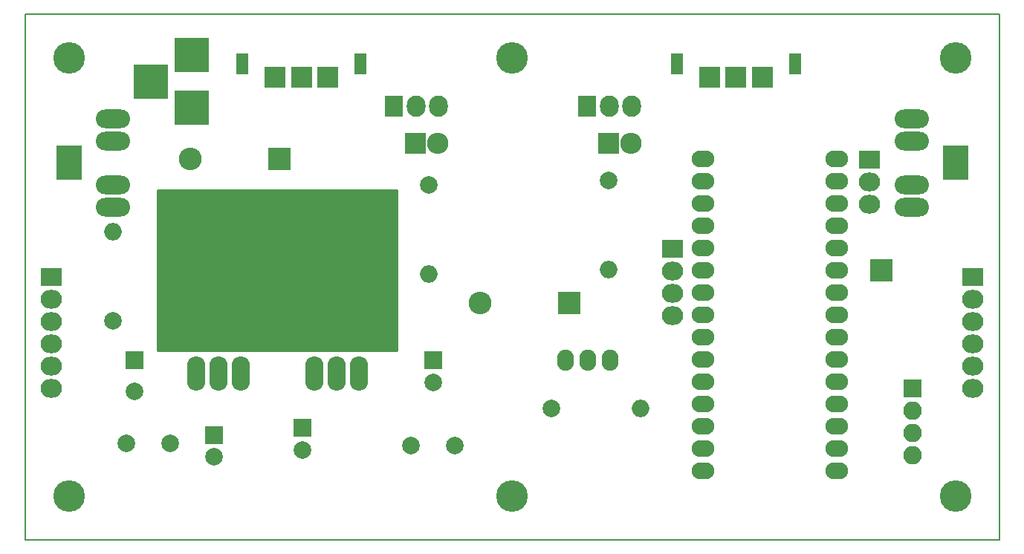
<source format=gbr>
G04 #@! TF.FileFunction,Soldermask,Bot*
%FSLAX46Y46*%
G04 Gerber Fmt 4.6, Leading zero omitted, Abs format (unit mm)*
G04 Created by KiCad (PCBNEW 4.0.7) date Saturday, 20 '20e' October '20e' 2018 20:32:08*
%MOMM*%
%LPD*%
G01*
G04 APERTURE LIST*
%ADD10C,0.500000*%
%ADD11C,0.150000*%
%ADD12O,1.924000X2.400000*%
%ADD13R,2.000000X2.000000*%
%ADD14C,2.000000*%
%ADD15C,3.600000*%
%ADD16R,1.400000X2.400000*%
%ADD17R,2.400000X2.400000*%
%ADD18O,2.600000X1.900000*%
%ADD19R,2.600000X2.600000*%
%ADD20O,2.600000X2.600000*%
%ADD21R,3.900120X3.900120*%
%ADD22R,2.635200X2.635200*%
%ADD23R,2.432000X2.127200*%
%ADD24O,2.432000X2.127200*%
%ADD25R,2.127200X2.432000*%
%ADD26O,2.127200X2.432000*%
%ADD27R,2.900000X3.900000*%
%ADD28O,3.900000X2.150000*%
%ADD29O,2.000000X2.000000*%
%ADD30R,2.432000X2.432000*%
%ADD31O,2.432000X2.432000*%
%ADD32O,2.099260X3.900120*%
%ADD33C,4.199840*%
%ADD34R,2.100000X2.100000*%
%ADD35O,2.100000X2.100000*%
%ADD36C,0.254000*%
G04 APERTURE END LIST*
D10*
D11*
X30600000Y-34600000D02*
X141600000Y-34600000D01*
X141600000Y-34600000D02*
X141600000Y-94600000D01*
X141600000Y-94600000D02*
X30600000Y-94600000D01*
X30600000Y-94600000D02*
X30600000Y-34600000D01*
D12*
X94677000Y-74103000D03*
X97217000Y-74103000D03*
X92137000Y-74103000D03*
D13*
X43100000Y-74100000D03*
D14*
X43100000Y-77600000D03*
D13*
X77100000Y-74100000D03*
D14*
X77100000Y-76600000D03*
D15*
X35600000Y-89600000D03*
X86100000Y-89600000D03*
X136600000Y-89600000D03*
X136600000Y-39600000D03*
X86100000Y-39600000D03*
D16*
X118350000Y-40300000D03*
X104850000Y-40300000D03*
D17*
X108600000Y-41800000D03*
X111600000Y-41800000D03*
X114600000Y-41800000D03*
D16*
X68850000Y-40300000D03*
X55350000Y-40300000D03*
D17*
X59100000Y-41800000D03*
X62100000Y-41800000D03*
X65100000Y-41800000D03*
D18*
X123100000Y-51100000D03*
X107860000Y-84120000D03*
X123100000Y-53640000D03*
X107860000Y-81580000D03*
X123100000Y-56180000D03*
X107860000Y-79040000D03*
X123100000Y-58720000D03*
X107860000Y-76500000D03*
X123100000Y-61260000D03*
X107860000Y-73960000D03*
X123100000Y-63800000D03*
X107860000Y-71420000D03*
X123100000Y-66340000D03*
X107860000Y-68880000D03*
X123100000Y-68880000D03*
X107860000Y-66340000D03*
X123100000Y-71420000D03*
X107860000Y-63800000D03*
X123100000Y-73960000D03*
X107860000Y-61260000D03*
X123100000Y-76500000D03*
X107860000Y-58720000D03*
X123100000Y-79040000D03*
X107860000Y-56180000D03*
X123100000Y-81580000D03*
X107860000Y-53640000D03*
X123100000Y-84120000D03*
X107860000Y-51100000D03*
X123100000Y-86660000D03*
X107860000Y-86660000D03*
D19*
X59600000Y-51100000D03*
D20*
X49440000Y-51100000D03*
D19*
X92600000Y-67600000D03*
D20*
X82440000Y-67600000D03*
D21*
X49600000Y-45300140D03*
X49600000Y-39300660D03*
X44901000Y-42300400D03*
D22*
X128200000Y-63800000D03*
D23*
X126800000Y-51200000D03*
D24*
X126800000Y-53740000D03*
X126800000Y-56280000D03*
D23*
X104350000Y-61350000D03*
D24*
X104350000Y-63890000D03*
X104350000Y-66430000D03*
X104350000Y-68970000D03*
D25*
X72600000Y-45100000D03*
D26*
X75140000Y-45100000D03*
X77680000Y-45100000D03*
D25*
X94600000Y-45100000D03*
D26*
X97140000Y-45100000D03*
X99680000Y-45100000D03*
D27*
X136596000Y-51600000D03*
D28*
X131590000Y-56600000D03*
X131590000Y-46600000D03*
X131590000Y-54100000D03*
X131590000Y-49100000D03*
D27*
X35604000Y-51600000D03*
D28*
X40610000Y-46600000D03*
X40610000Y-56600000D03*
X40610000Y-49100000D03*
X40610000Y-54100000D03*
D14*
X97100000Y-53600000D03*
D29*
X97100000Y-63760000D03*
D14*
X76600000Y-54100000D03*
D29*
X76600000Y-64260000D03*
D14*
X40600000Y-69600000D03*
D29*
X40600000Y-59440000D03*
D14*
X90600000Y-79600000D03*
D29*
X100760000Y-79600000D03*
D30*
X75100000Y-49350000D03*
D31*
X77640000Y-49350000D03*
D30*
X97100000Y-49350000D03*
D31*
X99640000Y-49350000D03*
D14*
X79600000Y-83800000D03*
X74600000Y-83800000D03*
D13*
X52100000Y-82600000D03*
D14*
X52100000Y-85100000D03*
X47100000Y-83600000D03*
X42100000Y-83600000D03*
D32*
X52600000Y-75600000D03*
X50060000Y-75600000D03*
X55140000Y-75600000D03*
D33*
X52600000Y-58836000D03*
D32*
X66100000Y-75600000D03*
X63560000Y-75600000D03*
X68640000Y-75600000D03*
D33*
X66100000Y-58836000D03*
D23*
X33600000Y-64600000D03*
D24*
X33600000Y-67140000D03*
X33600000Y-69680000D03*
X33600000Y-72220000D03*
X33600000Y-74760000D03*
X33600000Y-77300000D03*
D23*
X138600000Y-64600000D03*
D24*
X138600000Y-67140000D03*
X138600000Y-69680000D03*
X138600000Y-72220000D03*
X138600000Y-74760000D03*
X138600000Y-77300000D03*
D13*
X62200000Y-81800000D03*
D14*
X62200000Y-84300000D03*
D15*
X35600000Y-39600000D03*
D34*
X131735600Y-77303400D03*
D35*
X131735600Y-79843400D03*
X131735600Y-82383400D03*
X131735600Y-84923400D03*
D36*
G36*
X72973000Y-72973000D02*
X45727000Y-72973000D01*
X45727000Y-54727000D01*
X72973000Y-54727000D01*
X72973000Y-72973000D01*
X72973000Y-72973000D01*
G37*
X72973000Y-72973000D02*
X45727000Y-72973000D01*
X45727000Y-54727000D01*
X72973000Y-54727000D01*
X72973000Y-72973000D01*
M02*

</source>
